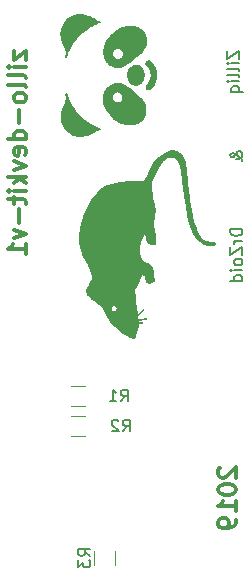
<source format=gbr>
G04 #@! TF.GenerationSoftware,KiCad,Pcbnew,(5.1.4)-1*
G04 #@! TF.CreationDate,2019-11-28T20:23:01+01:00*
G04 #@! TF.ProjectId,zillo-mini-devkit,7a696c6c-6f2d-46d6-996e-692d6465766b,rev?*
G04 #@! TF.SameCoordinates,Original*
G04 #@! TF.FileFunction,Legend,Bot*
G04 #@! TF.FilePolarity,Positive*
%FSLAX46Y46*%
G04 Gerber Fmt 4.6, Leading zero omitted, Abs format (unit mm)*
G04 Created by KiCad (PCBNEW (5.1.4)-1) date 2019-11-28 20:23:01*
%MOMM*%
%LPD*%
G04 APERTURE LIST*
%ADD10C,0.300000*%
%ADD11C,0.375000*%
%ADD12C,0.200000*%
%ADD13C,0.120000*%
%ADD14C,0.050000*%
%ADD15C,0.150000*%
G04 APERTURE END LIST*
D10*
X54185428Y-82264571D02*
X54114000Y-82336000D01*
X54042571Y-82478857D01*
X54042571Y-82836000D01*
X54114000Y-82978857D01*
X54185428Y-83050285D01*
X54328285Y-83121714D01*
X54471142Y-83121714D01*
X54685428Y-83050285D01*
X55542571Y-82193142D01*
X55542571Y-83121714D01*
X54042571Y-84050285D02*
X54042571Y-84193142D01*
X54114000Y-84336000D01*
X54185428Y-84407428D01*
X54328285Y-84478857D01*
X54614000Y-84550285D01*
X54971142Y-84550285D01*
X55256857Y-84478857D01*
X55399714Y-84407428D01*
X55471142Y-84336000D01*
X55542571Y-84193142D01*
X55542571Y-84050285D01*
X55471142Y-83907428D01*
X55399714Y-83836000D01*
X55256857Y-83764571D01*
X54971142Y-83693142D01*
X54614000Y-83693142D01*
X54328285Y-83764571D01*
X54185428Y-83836000D01*
X54114000Y-83907428D01*
X54042571Y-84050285D01*
X55542571Y-85978857D02*
X55542571Y-85121714D01*
X55542571Y-85550285D02*
X54042571Y-85550285D01*
X54256857Y-85407428D01*
X54399714Y-85264571D01*
X54471142Y-85121714D01*
X55542571Y-86693142D02*
X55542571Y-86978857D01*
X55471142Y-87121714D01*
X55399714Y-87193142D01*
X55185428Y-87336000D01*
X54899714Y-87407428D01*
X54328285Y-87407428D01*
X54185428Y-87336000D01*
X54114000Y-87264571D01*
X54042571Y-87121714D01*
X54042571Y-86836000D01*
X54114000Y-86693142D01*
X54185428Y-86621714D01*
X54328285Y-86550285D01*
X54685428Y-86550285D01*
X54828285Y-86621714D01*
X54899714Y-86693142D01*
X54971142Y-86836000D01*
X54971142Y-87121714D01*
X54899714Y-87264571D01*
X54828285Y-87336000D01*
X54685428Y-87407428D01*
D11*
X36762571Y-46983142D02*
X36762571Y-47768857D01*
X37762571Y-46983142D01*
X37762571Y-47768857D01*
X37762571Y-48340285D02*
X36762571Y-48340285D01*
X36262571Y-48340285D02*
X36334000Y-48268857D01*
X36405428Y-48340285D01*
X36334000Y-48411714D01*
X36262571Y-48340285D01*
X36405428Y-48340285D01*
X37762571Y-49268857D02*
X37691142Y-49126000D01*
X37548285Y-49054571D01*
X36262571Y-49054571D01*
X37762571Y-50054571D02*
X37691142Y-49911714D01*
X37548285Y-49840285D01*
X36262571Y-49840285D01*
X37762571Y-50840285D02*
X37691142Y-50697428D01*
X37619714Y-50626000D01*
X37476857Y-50554571D01*
X37048285Y-50554571D01*
X36905428Y-50626000D01*
X36834000Y-50697428D01*
X36762571Y-50840285D01*
X36762571Y-51054571D01*
X36834000Y-51197428D01*
X36905428Y-51268857D01*
X37048285Y-51340285D01*
X37476857Y-51340285D01*
X37619714Y-51268857D01*
X37691142Y-51197428D01*
X37762571Y-51054571D01*
X37762571Y-50840285D01*
X37191142Y-51983142D02*
X37191142Y-53126000D01*
X37762571Y-54483142D02*
X36262571Y-54483142D01*
X37691142Y-54483142D02*
X37762571Y-54340285D01*
X37762571Y-54054571D01*
X37691142Y-53911714D01*
X37619714Y-53840285D01*
X37476857Y-53768857D01*
X37048285Y-53768857D01*
X36905428Y-53840285D01*
X36834000Y-53911714D01*
X36762571Y-54054571D01*
X36762571Y-54340285D01*
X36834000Y-54483142D01*
X37691142Y-55768857D02*
X37762571Y-55626000D01*
X37762571Y-55340285D01*
X37691142Y-55197428D01*
X37548285Y-55126000D01*
X36976857Y-55126000D01*
X36834000Y-55197428D01*
X36762571Y-55340285D01*
X36762571Y-55626000D01*
X36834000Y-55768857D01*
X36976857Y-55840285D01*
X37119714Y-55840285D01*
X37262571Y-55126000D01*
X36762571Y-56340285D02*
X37762571Y-56697428D01*
X36762571Y-57054571D01*
X37762571Y-57626000D02*
X36262571Y-57626000D01*
X37191142Y-57768857D02*
X37762571Y-58197428D01*
X36762571Y-58197428D02*
X37334000Y-57626000D01*
X37762571Y-58840285D02*
X36762571Y-58840285D01*
X36262571Y-58840285D02*
X36334000Y-58768857D01*
X36405428Y-58840285D01*
X36334000Y-58911714D01*
X36262571Y-58840285D01*
X36405428Y-58840285D01*
X36762571Y-59340285D02*
X36762571Y-59911714D01*
X36262571Y-59554571D02*
X37548285Y-59554571D01*
X37691142Y-59626000D01*
X37762571Y-59768857D01*
X37762571Y-59911714D01*
X37191142Y-60411714D02*
X37191142Y-61554571D01*
X36762571Y-62126000D02*
X37762571Y-62483142D01*
X36762571Y-62840285D01*
X37762571Y-64197428D02*
X37762571Y-63340285D01*
X37762571Y-63768857D02*
X36262571Y-63768857D01*
X36476857Y-63626000D01*
X36619714Y-63483142D01*
X36691142Y-63340285D01*
D12*
X56078380Y-56308571D02*
X56078380Y-56260952D01*
X56030761Y-56165714D01*
X55887904Y-56022857D01*
X55602190Y-55784761D01*
X55459333Y-55689523D01*
X55316476Y-55641904D01*
X55221238Y-55641904D01*
X55126000Y-55689523D01*
X55078380Y-55784761D01*
X55078380Y-55832380D01*
X55126000Y-55927619D01*
X55221238Y-55975238D01*
X55268857Y-55975238D01*
X55364095Y-55927619D01*
X55411714Y-55880000D01*
X55602190Y-55594285D01*
X55649809Y-55546666D01*
X55745047Y-55499047D01*
X55887904Y-55499047D01*
X55983142Y-55546666D01*
X56030761Y-55594285D01*
X56078380Y-55689523D01*
X56078380Y-55832380D01*
X56030761Y-55927619D01*
X55983142Y-55975238D01*
X55792666Y-56118095D01*
X55649809Y-56165714D01*
X55554571Y-56165714D01*
X56078380Y-62071523D02*
X55078380Y-62071523D01*
X55078380Y-62309619D01*
X55126000Y-62452476D01*
X55221238Y-62547714D01*
X55316476Y-62595333D01*
X55506952Y-62642952D01*
X55649809Y-62642952D01*
X55840285Y-62595333D01*
X55935523Y-62547714D01*
X56030761Y-62452476D01*
X56078380Y-62309619D01*
X56078380Y-62071523D01*
X56078380Y-63071523D02*
X55411714Y-63071523D01*
X55602190Y-63071523D02*
X55506952Y-63119142D01*
X55459333Y-63166761D01*
X55411714Y-63262000D01*
X55411714Y-63357238D01*
X55078380Y-63595333D02*
X55078380Y-64262000D01*
X56078380Y-63595333D01*
X56078380Y-64262000D01*
X56078380Y-64785809D02*
X56030761Y-64690571D01*
X55983142Y-64642952D01*
X55887904Y-64595333D01*
X55602190Y-64595333D01*
X55506952Y-64642952D01*
X55459333Y-64690571D01*
X55411714Y-64785809D01*
X55411714Y-64928666D01*
X55459333Y-65023904D01*
X55506952Y-65071523D01*
X55602190Y-65119142D01*
X55887904Y-65119142D01*
X55983142Y-65071523D01*
X56030761Y-65023904D01*
X56078380Y-64928666D01*
X56078380Y-64785809D01*
X56078380Y-65547714D02*
X55411714Y-65547714D01*
X55078380Y-65547714D02*
X55126000Y-65500095D01*
X55173619Y-65547714D01*
X55126000Y-65595333D01*
X55078380Y-65547714D01*
X55173619Y-65547714D01*
X56078380Y-66452476D02*
X55078380Y-66452476D01*
X56030761Y-66452476D02*
X56078380Y-66357238D01*
X56078380Y-66166761D01*
X56030761Y-66071523D01*
X55983142Y-66023904D01*
X55887904Y-65976285D01*
X55602190Y-65976285D01*
X55506952Y-66023904D01*
X55459333Y-66071523D01*
X55411714Y-66166761D01*
X55411714Y-66357238D01*
X55459333Y-66452476D01*
X54824380Y-46982285D02*
X54824380Y-47648952D01*
X55824380Y-46982285D01*
X55824380Y-47648952D01*
X55824380Y-48029904D02*
X55157714Y-48029904D01*
X54824380Y-48029904D02*
X54872000Y-47982285D01*
X54919619Y-48029904D01*
X54872000Y-48077523D01*
X54824380Y-48029904D01*
X54919619Y-48029904D01*
X55824380Y-48648952D02*
X55776761Y-48553714D01*
X55681523Y-48506095D01*
X54824380Y-48506095D01*
X55824380Y-49172761D02*
X55776761Y-49077523D01*
X55681523Y-49029904D01*
X54824380Y-49029904D01*
X55824380Y-49553714D02*
X55157714Y-49553714D01*
X54824380Y-49553714D02*
X54872000Y-49506095D01*
X54919619Y-49553714D01*
X54872000Y-49601333D01*
X54824380Y-49553714D01*
X54919619Y-49553714D01*
X55157714Y-50458476D02*
X56157714Y-50458476D01*
X55776761Y-50458476D02*
X55824380Y-50363238D01*
X55824380Y-50172761D01*
X55776761Y-50077523D01*
X55729142Y-50029904D01*
X55633904Y-49982285D01*
X55348190Y-49982285D01*
X55252952Y-50029904D01*
X55205333Y-50077523D01*
X55157714Y-50172761D01*
X55157714Y-50363238D01*
X55205333Y-50458476D01*
G36*
X44588000Y-69292000D02*
G01*
X44542000Y-69203000D01*
X44965000Y-68939000D01*
X44983000Y-68966000D01*
X45000000Y-68988000D01*
X45022000Y-69011000D01*
X45039000Y-69026000D01*
X45060000Y-69041000D01*
X45080000Y-69053000D01*
X45097000Y-69062000D01*
X45114000Y-69070000D01*
X45128000Y-69075000D01*
X45144000Y-69079000D01*
X45156000Y-69082000D01*
X45175000Y-69086000D01*
X45187000Y-69088000D01*
X45204000Y-69091000D01*
X45216000Y-69092000D01*
X45231000Y-69092000D01*
X45246000Y-69092000D01*
X45262000Y-69091000D01*
X45281000Y-69088000D01*
X45304000Y-69083000D01*
X45320000Y-69078000D01*
X45338000Y-69072000D01*
X45359000Y-69063000D01*
X45384000Y-69049000D01*
X45401000Y-69038000D01*
X45418000Y-69025000D01*
X45434000Y-69012000D01*
X45449000Y-68996000D01*
X45476000Y-68963000D01*
X45489000Y-68942000D01*
X45498000Y-68925000D01*
X45506000Y-68906000D01*
X45514000Y-68885000D01*
X45522000Y-68856000D01*
X45529000Y-68809000D01*
X45529000Y-68771000D01*
X45523000Y-68727000D01*
X45511000Y-68689000D01*
X45497000Y-68656000D01*
X45481000Y-68629000D01*
X45469000Y-68612000D01*
X45444000Y-68582000D01*
X45410000Y-68551000D01*
X45385000Y-68534000D01*
X45347000Y-68514000D01*
X45317000Y-68504000D01*
X45296000Y-68499000D01*
X45269000Y-68494000D01*
X45227000Y-68491000D01*
X45191000Y-68493000D01*
X45148000Y-68502000D01*
X45102000Y-68519000D01*
X45067000Y-68537000D01*
X45033000Y-68563000D01*
X45020000Y-68575000D01*
X45004000Y-68592000D01*
X44995000Y-68602000D01*
X44979000Y-68624000D01*
X44965000Y-68647000D01*
X44959000Y-68659000D01*
X44951000Y-68674000D01*
X44947000Y-68685000D01*
X44941000Y-68704000D01*
X44938000Y-68714000D01*
X44935000Y-68726000D01*
X44933000Y-68736000D01*
X44931000Y-68749000D01*
X44929000Y-68766000D01*
X44928000Y-68784000D01*
X44928000Y-68811000D01*
X44930000Y-68836000D01*
X44936000Y-68872000D01*
X44945000Y-68898000D01*
X44954000Y-68917000D01*
X44962000Y-68932000D01*
X44964000Y-68935000D01*
X44540000Y-69200000D01*
X44452000Y-69035000D01*
X44361000Y-68815000D01*
X44299000Y-68707000D01*
X44226000Y-68604000D01*
X44118000Y-68502000D01*
X43969000Y-68381000D01*
X43757000Y-68231000D01*
X43579000Y-68108000D01*
X43381000Y-67957000D01*
X43241000Y-67838000D01*
X43150000Y-67749000D01*
X43053000Y-67621000D01*
X42990000Y-67512000D01*
X42940000Y-67407000D01*
X42928000Y-67324000D01*
X42937000Y-67268000D01*
X42968000Y-67192000D01*
X43031000Y-67076000D01*
X43102000Y-66981000D01*
X43158000Y-66887000D01*
X43181000Y-66802000D01*
X43216000Y-66703000D01*
X43263000Y-66625000D01*
X43315000Y-66561000D01*
X43395000Y-66458000D01*
X43449000Y-66388000D01*
X43460000Y-66312000D01*
X43458000Y-66198000D01*
X43422000Y-66049000D01*
X43344000Y-65777000D01*
X43185000Y-65372000D01*
X43069000Y-65113000D01*
X42852000Y-64653000D01*
X42638000Y-64223000D01*
X42557000Y-64062000D01*
X42480000Y-63868000D01*
X42430000Y-63708000D01*
X42389000Y-63529000D01*
X42369000Y-63369000D01*
X42361000Y-63226000D01*
X42354000Y-63064000D01*
X42355000Y-62954000D01*
X42357000Y-62761000D01*
X42363000Y-62619000D01*
X42377000Y-62476000D01*
X42399000Y-62257000D01*
X42419000Y-62115000D01*
X42457000Y-61890000D01*
X42487000Y-61739000D01*
X42533000Y-61542000D01*
X42572000Y-61397000D01*
X42642000Y-61150000D01*
X42710000Y-60964000D01*
X42823000Y-60665000D01*
X43078000Y-60150000D01*
X43305000Y-59737000D01*
X43380000Y-59615000D01*
X43593000Y-59348000D01*
X44042000Y-58846000D01*
X44208000Y-58681000D01*
X44310000Y-58613000D01*
X44444000Y-58533000D01*
X44609000Y-58441000D01*
X44807000Y-58381000D01*
X45051000Y-58317000D01*
X45432000Y-58235000D01*
X45719000Y-58182000D01*
X46022000Y-58140000D01*
X46395000Y-58106000D01*
X46961000Y-58081000D01*
X47808000Y-58073000D01*
X47828000Y-58041000D01*
X48074000Y-57544000D01*
X48270000Y-57141000D01*
X48552000Y-56653000D01*
X48713000Y-56417000D01*
X48837000Y-56254000D01*
X48996000Y-56079000D01*
X49124000Y-55950000D01*
X49256000Y-55852000D01*
X49388000Y-55762000D01*
X49523000Y-55679000D01*
X49717000Y-55590000D01*
X49900000Y-55524000D01*
X50054000Y-55498000D01*
X50187000Y-55493000D01*
X50307000Y-55501000D01*
X50419000Y-55525000D01*
X50545000Y-55570000D01*
X50663000Y-55638000D01*
X50777000Y-55718000D01*
X50940000Y-55861000D01*
X51074000Y-56047000D01*
X51157000Y-56202000D01*
X51211000Y-56358000D01*
X51275000Y-56653000D01*
X51314000Y-57010000D01*
X51411000Y-58124000D01*
X51492000Y-58932000D01*
X51530000Y-59285000D01*
X51582000Y-59715000D01*
X51639000Y-60101000D01*
X51722000Y-60542000D01*
X51820000Y-60991000D01*
X51934000Y-61438000D01*
X52041000Y-61773000D01*
X52136000Y-62084000D01*
X52202000Y-62257000D01*
X52297000Y-62446000D01*
X52392000Y-62617000D01*
X52487000Y-62764000D01*
X52584000Y-62875000D01*
X52692000Y-62987000D01*
X52802000Y-63067000D01*
X52926000Y-63124000D01*
X53035000Y-63169000D01*
X53149000Y-63193000D01*
X53299000Y-63222000D01*
X53438000Y-63245000D01*
X53577000Y-63262000D01*
X53650000Y-63271000D01*
X53722000Y-63278000D01*
X53758000Y-63285000D01*
X53775000Y-63299000D01*
X53803000Y-63330000D01*
X53805000Y-63339000D01*
X53787000Y-63353000D01*
X53761000Y-63362000D01*
X53728000Y-63372000D01*
X53667000Y-63389000D01*
X53603000Y-63406000D01*
X53539000Y-63425000D01*
X53455000Y-63443000D01*
X53389000Y-63444000D01*
X53306000Y-63447000D01*
X53235000Y-63437000D01*
X53162000Y-63425000D01*
X53065000Y-63402000D01*
X52986000Y-63375000D01*
X52903000Y-63343000D01*
X52827000Y-63306000D01*
X52733000Y-63253000D01*
X52632000Y-63189000D01*
X52520000Y-63106000D01*
X52415000Y-63010000D01*
X52346000Y-62941000D01*
X52247000Y-62842000D01*
X52145000Y-62711000D01*
X52062000Y-62607000D01*
X51996000Y-62502000D01*
X51872000Y-62270000D01*
X51789000Y-62023000D01*
X51760000Y-61932000D01*
X51716000Y-61785000D01*
X51613000Y-61407000D01*
X51492000Y-60854000D01*
X51362000Y-60186000D01*
X51214000Y-59279000D01*
X51117000Y-58569000D01*
X51066000Y-58119000D01*
X51037000Y-57789000D01*
X50980000Y-57255000D01*
X50954000Y-57034000D01*
X50907000Y-56822000D01*
X50861000Y-56642000D01*
X50820000Y-56522000D01*
X50732000Y-56344000D01*
X50634000Y-56212000D01*
X50555000Y-56133000D01*
X50462000Y-56055000D01*
X50356000Y-55988000D01*
X50244000Y-55943000D01*
X50150000Y-55926000D01*
X50061000Y-55924000D01*
X49976000Y-55931000D01*
X49876000Y-55953000D01*
X49789000Y-55986000D01*
X49637000Y-56070000D01*
X49576000Y-56114000D01*
X49509000Y-56165000D01*
X49465000Y-56200000D01*
X49414000Y-56252000D01*
X49323000Y-56337000D01*
X49263000Y-56413000D01*
X49206000Y-56501000D01*
X49119000Y-56632000D01*
X49035000Y-56768000D01*
X48943000Y-56933000D01*
X48888000Y-57041000D01*
X48773000Y-57265000D01*
X48597000Y-57612000D01*
X48462000Y-57875000D01*
X48388000Y-58025000D01*
X48376000Y-58050000D01*
X48375000Y-58068000D01*
X48381000Y-58399000D01*
X48390000Y-58802000D01*
X48406000Y-59166000D01*
X48417000Y-59373000D01*
X48447000Y-59547000D01*
X48459000Y-59625000D01*
X48487000Y-59708000D01*
X48525000Y-59804000D01*
X48559000Y-59864000D01*
X48586000Y-59930000D01*
X48606000Y-59993000D01*
X48614000Y-60085000D01*
X48627000Y-60182000D01*
X48637000Y-60254000D01*
X48654000Y-60285000D01*
X48689000Y-60339000D01*
X48704000Y-60388000D01*
X48711000Y-60431000D01*
X48712000Y-60488000D01*
X48711000Y-60534000D01*
X48690000Y-60595000D01*
X48678000Y-60641000D01*
X48650000Y-60717000D01*
X48625000Y-60810000D01*
X48603000Y-60938000D01*
X48573000Y-61206000D01*
X48566000Y-61344000D01*
X48552000Y-61540000D01*
X48549000Y-61742000D01*
X48557000Y-61936000D01*
X48579000Y-62126000D01*
X48607000Y-62288000D01*
X48651000Y-62448000D01*
X48675000Y-62555000D01*
X48693000Y-62676000D01*
X48704000Y-62808000D01*
X48706000Y-62965000D01*
X48704000Y-63154000D01*
X48695000Y-63236000D01*
X48681000Y-63289000D01*
X48665000Y-63316000D01*
X48644000Y-63334000D01*
X48615000Y-63346000D01*
X48580000Y-63353000D01*
X48535000Y-63358000D01*
X48484000Y-63359000D01*
X48432000Y-63354000D01*
X48383000Y-63345000D01*
X48313000Y-63321000D01*
X48246000Y-63284000D01*
X48166000Y-63226000D01*
X48125000Y-63171000D01*
X48098000Y-63109000D01*
X48056000Y-62970000D01*
X47984000Y-62694000D01*
X47943000Y-62547000D01*
X47889000Y-62462000D01*
X47856000Y-62419000D01*
X47833000Y-62406000D01*
X47797000Y-62428000D01*
X47760000Y-62482000D01*
X47719000Y-62561000D01*
X47645000Y-62689000D01*
X47500000Y-62982000D01*
X47427000Y-63173000D01*
X47412000Y-63211000D01*
X47382000Y-63319000D01*
X47359000Y-63461000D01*
X47344000Y-63670000D01*
X47344000Y-63824000D01*
X47350000Y-64110000D01*
X47370000Y-64255000D01*
X47398000Y-64377000D01*
X47440000Y-64486000D01*
X47490000Y-64604000D01*
X47523000Y-64665000D01*
X47574000Y-64733000D01*
X47626000Y-64788000D01*
X47711000Y-64858000D01*
X47779000Y-64910000D01*
X47887000Y-64960000D01*
X47988000Y-65003000D01*
X48112000Y-65055000D01*
X48184000Y-65089000D01*
X48239000Y-65125000D01*
X48278000Y-65152000D01*
X48299000Y-65169000D01*
X48331000Y-65202000D01*
X48361000Y-65242000D01*
X48432000Y-65354000D01*
X48481000Y-65481000D01*
X48508000Y-65697000D01*
X48542000Y-65900000D01*
X48565000Y-66164000D01*
X48588000Y-66326000D01*
X48601000Y-66359000D01*
X48597000Y-66387000D01*
X48575000Y-66425000D01*
X48527000Y-66463000D01*
X48491000Y-66491000D01*
X48437000Y-66534000D01*
X48363000Y-66577000D01*
X48301000Y-66602000D01*
X48236000Y-66619000D01*
X48168000Y-66618000D01*
X48097000Y-66586000D01*
X48041000Y-66538000D01*
X48011000Y-66487000D01*
X47979000Y-66421000D01*
X47955000Y-66312000D01*
X47924000Y-66151000D01*
X47890000Y-66043000D01*
X47840000Y-65974000D01*
X47797000Y-65931000D01*
X47741000Y-65902000D01*
X47692000Y-65889000D01*
X47647000Y-65886000D01*
X47596000Y-65895000D01*
X47568000Y-65904000D01*
X47550000Y-65921000D01*
X47536000Y-65944000D01*
X47517000Y-65974000D01*
X47489000Y-66049000D01*
X47436000Y-66199000D01*
X47369000Y-66374000D01*
X47340000Y-66443000D01*
X47290000Y-66537000D01*
X47231000Y-66647000D01*
X47052000Y-66947000D01*
X47002000Y-67058000D01*
X46949000Y-67243000D01*
X46938000Y-67401000D01*
X46952000Y-67506000D01*
X46967000Y-67717000D01*
X47008000Y-68160000D01*
X47042000Y-68418000D01*
X47076000Y-68678000D01*
X47108000Y-68914000D01*
X47153000Y-69179000D01*
X47208000Y-69602000D01*
X47230000Y-69732000D01*
X47248000Y-69935000D01*
X47252000Y-70096000D01*
X47242000Y-70208000D01*
X47224000Y-70300000D01*
X47148000Y-70566000D01*
X47088000Y-70769000D01*
X47059000Y-70853000D01*
X47025000Y-70976000D01*
X47001000Y-71113000D01*
X46981000Y-71178000D01*
X46955000Y-71226000D01*
X46922000Y-71258000D01*
X46877000Y-71270000D01*
X46824000Y-71272000D01*
X46741000Y-71239000D01*
X46610000Y-71182000D01*
X46373000Y-71059000D01*
X46142000Y-70921000D01*
X45898000Y-70750000D01*
X45736000Y-70628000D01*
X45476000Y-70401000D01*
X45295000Y-70236000D01*
X45077000Y-70004000D01*
X44881000Y-69761000D01*
X44778000Y-69613000D01*
X44695000Y-69473000D01*
X44635000Y-69373000D01*
X44588000Y-69292000D01*
G37*
X44588000Y-69292000D02*
X44542000Y-69203000D01*
X44965000Y-68939000D01*
X44983000Y-68966000D01*
X45000000Y-68988000D01*
X45022000Y-69011000D01*
X45039000Y-69026000D01*
X45060000Y-69041000D01*
X45080000Y-69053000D01*
X45097000Y-69062000D01*
X45114000Y-69070000D01*
X45128000Y-69075000D01*
X45144000Y-69079000D01*
X45156000Y-69082000D01*
X45175000Y-69086000D01*
X45187000Y-69088000D01*
X45204000Y-69091000D01*
X45216000Y-69092000D01*
X45231000Y-69092000D01*
X45246000Y-69092000D01*
X45262000Y-69091000D01*
X45281000Y-69088000D01*
X45304000Y-69083000D01*
X45320000Y-69078000D01*
X45338000Y-69072000D01*
X45359000Y-69063000D01*
X45384000Y-69049000D01*
X45401000Y-69038000D01*
X45418000Y-69025000D01*
X45434000Y-69012000D01*
X45449000Y-68996000D01*
X45476000Y-68963000D01*
X45489000Y-68942000D01*
X45498000Y-68925000D01*
X45506000Y-68906000D01*
X45514000Y-68885000D01*
X45522000Y-68856000D01*
X45529000Y-68809000D01*
X45529000Y-68771000D01*
X45523000Y-68727000D01*
X45511000Y-68689000D01*
X45497000Y-68656000D01*
X45481000Y-68629000D01*
X45469000Y-68612000D01*
X45444000Y-68582000D01*
X45410000Y-68551000D01*
X45385000Y-68534000D01*
X45347000Y-68514000D01*
X45317000Y-68504000D01*
X45296000Y-68499000D01*
X45269000Y-68494000D01*
X45227000Y-68491000D01*
X45191000Y-68493000D01*
X45148000Y-68502000D01*
X45102000Y-68519000D01*
X45067000Y-68537000D01*
X45033000Y-68563000D01*
X45020000Y-68575000D01*
X45004000Y-68592000D01*
X44995000Y-68602000D01*
X44979000Y-68624000D01*
X44965000Y-68647000D01*
X44959000Y-68659000D01*
X44951000Y-68674000D01*
X44947000Y-68685000D01*
X44941000Y-68704000D01*
X44938000Y-68714000D01*
X44935000Y-68726000D01*
X44933000Y-68736000D01*
X44931000Y-68749000D01*
X44929000Y-68766000D01*
X44928000Y-68784000D01*
X44928000Y-68811000D01*
X44930000Y-68836000D01*
X44936000Y-68872000D01*
X44945000Y-68898000D01*
X44954000Y-68917000D01*
X44962000Y-68932000D01*
X44964000Y-68935000D01*
X44540000Y-69200000D01*
X44452000Y-69035000D01*
X44361000Y-68815000D01*
X44299000Y-68707000D01*
X44226000Y-68604000D01*
X44118000Y-68502000D01*
X43969000Y-68381000D01*
X43757000Y-68231000D01*
X43579000Y-68108000D01*
X43381000Y-67957000D01*
X43241000Y-67838000D01*
X43150000Y-67749000D01*
X43053000Y-67621000D01*
X42990000Y-67512000D01*
X42940000Y-67407000D01*
X42928000Y-67324000D01*
X42937000Y-67268000D01*
X42968000Y-67192000D01*
X43031000Y-67076000D01*
X43102000Y-66981000D01*
X43158000Y-66887000D01*
X43181000Y-66802000D01*
X43216000Y-66703000D01*
X43263000Y-66625000D01*
X43315000Y-66561000D01*
X43395000Y-66458000D01*
X43449000Y-66388000D01*
X43460000Y-66312000D01*
X43458000Y-66198000D01*
X43422000Y-66049000D01*
X43344000Y-65777000D01*
X43185000Y-65372000D01*
X43069000Y-65113000D01*
X42852000Y-64653000D01*
X42638000Y-64223000D01*
X42557000Y-64062000D01*
X42480000Y-63868000D01*
X42430000Y-63708000D01*
X42389000Y-63529000D01*
X42369000Y-63369000D01*
X42361000Y-63226000D01*
X42354000Y-63064000D01*
X42355000Y-62954000D01*
X42357000Y-62761000D01*
X42363000Y-62619000D01*
X42377000Y-62476000D01*
X42399000Y-62257000D01*
X42419000Y-62115000D01*
X42457000Y-61890000D01*
X42487000Y-61739000D01*
X42533000Y-61542000D01*
X42572000Y-61397000D01*
X42642000Y-61150000D01*
X42710000Y-60964000D01*
X42823000Y-60665000D01*
X43078000Y-60150000D01*
X43305000Y-59737000D01*
X43380000Y-59615000D01*
X43593000Y-59348000D01*
X44042000Y-58846000D01*
X44208000Y-58681000D01*
X44310000Y-58613000D01*
X44444000Y-58533000D01*
X44609000Y-58441000D01*
X44807000Y-58381000D01*
X45051000Y-58317000D01*
X45432000Y-58235000D01*
X45719000Y-58182000D01*
X46022000Y-58140000D01*
X46395000Y-58106000D01*
X46961000Y-58081000D01*
X47808000Y-58073000D01*
X47828000Y-58041000D01*
X48074000Y-57544000D01*
X48270000Y-57141000D01*
X48552000Y-56653000D01*
X48713000Y-56417000D01*
X48837000Y-56254000D01*
X48996000Y-56079000D01*
X49124000Y-55950000D01*
X49256000Y-55852000D01*
X49388000Y-55762000D01*
X49523000Y-55679000D01*
X49717000Y-55590000D01*
X49900000Y-55524000D01*
X50054000Y-55498000D01*
X50187000Y-55493000D01*
X50307000Y-55501000D01*
X50419000Y-55525000D01*
X50545000Y-55570000D01*
X50663000Y-55638000D01*
X50777000Y-55718000D01*
X50940000Y-55861000D01*
X51074000Y-56047000D01*
X51157000Y-56202000D01*
X51211000Y-56358000D01*
X51275000Y-56653000D01*
X51314000Y-57010000D01*
X51411000Y-58124000D01*
X51492000Y-58932000D01*
X51530000Y-59285000D01*
X51582000Y-59715000D01*
X51639000Y-60101000D01*
X51722000Y-60542000D01*
X51820000Y-60991000D01*
X51934000Y-61438000D01*
X52041000Y-61773000D01*
X52136000Y-62084000D01*
X52202000Y-62257000D01*
X52297000Y-62446000D01*
X52392000Y-62617000D01*
X52487000Y-62764000D01*
X52584000Y-62875000D01*
X52692000Y-62987000D01*
X52802000Y-63067000D01*
X52926000Y-63124000D01*
X53035000Y-63169000D01*
X53149000Y-63193000D01*
X53299000Y-63222000D01*
X53438000Y-63245000D01*
X53577000Y-63262000D01*
X53650000Y-63271000D01*
X53722000Y-63278000D01*
X53758000Y-63285000D01*
X53775000Y-63299000D01*
X53803000Y-63330000D01*
X53805000Y-63339000D01*
X53787000Y-63353000D01*
X53761000Y-63362000D01*
X53728000Y-63372000D01*
X53667000Y-63389000D01*
X53603000Y-63406000D01*
X53539000Y-63425000D01*
X53455000Y-63443000D01*
X53389000Y-63444000D01*
X53306000Y-63447000D01*
X53235000Y-63437000D01*
X53162000Y-63425000D01*
X53065000Y-63402000D01*
X52986000Y-63375000D01*
X52903000Y-63343000D01*
X52827000Y-63306000D01*
X52733000Y-63253000D01*
X52632000Y-63189000D01*
X52520000Y-63106000D01*
X52415000Y-63010000D01*
X52346000Y-62941000D01*
X52247000Y-62842000D01*
X52145000Y-62711000D01*
X52062000Y-62607000D01*
X51996000Y-62502000D01*
X51872000Y-62270000D01*
X51789000Y-62023000D01*
X51760000Y-61932000D01*
X51716000Y-61785000D01*
X51613000Y-61407000D01*
X51492000Y-60854000D01*
X51362000Y-60186000D01*
X51214000Y-59279000D01*
X51117000Y-58569000D01*
X51066000Y-58119000D01*
X51037000Y-57789000D01*
X50980000Y-57255000D01*
X50954000Y-57034000D01*
X50907000Y-56822000D01*
X50861000Y-56642000D01*
X50820000Y-56522000D01*
X50732000Y-56344000D01*
X50634000Y-56212000D01*
X50555000Y-56133000D01*
X50462000Y-56055000D01*
X50356000Y-55988000D01*
X50244000Y-55943000D01*
X50150000Y-55926000D01*
X50061000Y-55924000D01*
X49976000Y-55931000D01*
X49876000Y-55953000D01*
X49789000Y-55986000D01*
X49637000Y-56070000D01*
X49576000Y-56114000D01*
X49509000Y-56165000D01*
X49465000Y-56200000D01*
X49414000Y-56252000D01*
X49323000Y-56337000D01*
X49263000Y-56413000D01*
X49206000Y-56501000D01*
X49119000Y-56632000D01*
X49035000Y-56768000D01*
X48943000Y-56933000D01*
X48888000Y-57041000D01*
X48773000Y-57265000D01*
X48597000Y-57612000D01*
X48462000Y-57875000D01*
X48388000Y-58025000D01*
X48376000Y-58050000D01*
X48375000Y-58068000D01*
X48381000Y-58399000D01*
X48390000Y-58802000D01*
X48406000Y-59166000D01*
X48417000Y-59373000D01*
X48447000Y-59547000D01*
X48459000Y-59625000D01*
X48487000Y-59708000D01*
X48525000Y-59804000D01*
X48559000Y-59864000D01*
X48586000Y-59930000D01*
X48606000Y-59993000D01*
X48614000Y-60085000D01*
X48627000Y-60182000D01*
X48637000Y-60254000D01*
X48654000Y-60285000D01*
X48689000Y-60339000D01*
X48704000Y-60388000D01*
X48711000Y-60431000D01*
X48712000Y-60488000D01*
X48711000Y-60534000D01*
X48690000Y-60595000D01*
X48678000Y-60641000D01*
X48650000Y-60717000D01*
X48625000Y-60810000D01*
X48603000Y-60938000D01*
X48573000Y-61206000D01*
X48566000Y-61344000D01*
X48552000Y-61540000D01*
X48549000Y-61742000D01*
X48557000Y-61936000D01*
X48579000Y-62126000D01*
X48607000Y-62288000D01*
X48651000Y-62448000D01*
X48675000Y-62555000D01*
X48693000Y-62676000D01*
X48704000Y-62808000D01*
X48706000Y-62965000D01*
X48704000Y-63154000D01*
X48695000Y-63236000D01*
X48681000Y-63289000D01*
X48665000Y-63316000D01*
X48644000Y-63334000D01*
X48615000Y-63346000D01*
X48580000Y-63353000D01*
X48535000Y-63358000D01*
X48484000Y-63359000D01*
X48432000Y-63354000D01*
X48383000Y-63345000D01*
X48313000Y-63321000D01*
X48246000Y-63284000D01*
X48166000Y-63226000D01*
X48125000Y-63171000D01*
X48098000Y-63109000D01*
X48056000Y-62970000D01*
X47984000Y-62694000D01*
X47943000Y-62547000D01*
X47889000Y-62462000D01*
X47856000Y-62419000D01*
X47833000Y-62406000D01*
X47797000Y-62428000D01*
X47760000Y-62482000D01*
X47719000Y-62561000D01*
X47645000Y-62689000D01*
X47500000Y-62982000D01*
X47427000Y-63173000D01*
X47412000Y-63211000D01*
X47382000Y-63319000D01*
X47359000Y-63461000D01*
X47344000Y-63670000D01*
X47344000Y-63824000D01*
X47350000Y-64110000D01*
X47370000Y-64255000D01*
X47398000Y-64377000D01*
X47440000Y-64486000D01*
X47490000Y-64604000D01*
X47523000Y-64665000D01*
X47574000Y-64733000D01*
X47626000Y-64788000D01*
X47711000Y-64858000D01*
X47779000Y-64910000D01*
X47887000Y-64960000D01*
X47988000Y-65003000D01*
X48112000Y-65055000D01*
X48184000Y-65089000D01*
X48239000Y-65125000D01*
X48278000Y-65152000D01*
X48299000Y-65169000D01*
X48331000Y-65202000D01*
X48361000Y-65242000D01*
X48432000Y-65354000D01*
X48481000Y-65481000D01*
X48508000Y-65697000D01*
X48542000Y-65900000D01*
X48565000Y-66164000D01*
X48588000Y-66326000D01*
X48601000Y-66359000D01*
X48597000Y-66387000D01*
X48575000Y-66425000D01*
X48527000Y-66463000D01*
X48491000Y-66491000D01*
X48437000Y-66534000D01*
X48363000Y-66577000D01*
X48301000Y-66602000D01*
X48236000Y-66619000D01*
X48168000Y-66618000D01*
X48097000Y-66586000D01*
X48041000Y-66538000D01*
X48011000Y-66487000D01*
X47979000Y-66421000D01*
X47955000Y-66312000D01*
X47924000Y-66151000D01*
X47890000Y-66043000D01*
X47840000Y-65974000D01*
X47797000Y-65931000D01*
X47741000Y-65902000D01*
X47692000Y-65889000D01*
X47647000Y-65886000D01*
X47596000Y-65895000D01*
X47568000Y-65904000D01*
X47550000Y-65921000D01*
X47536000Y-65944000D01*
X47517000Y-65974000D01*
X47489000Y-66049000D01*
X47436000Y-66199000D01*
X47369000Y-66374000D01*
X47340000Y-66443000D01*
X47290000Y-66537000D01*
X47231000Y-66647000D01*
X47052000Y-66947000D01*
X47002000Y-67058000D01*
X46949000Y-67243000D01*
X46938000Y-67401000D01*
X46952000Y-67506000D01*
X46967000Y-67717000D01*
X47008000Y-68160000D01*
X47042000Y-68418000D01*
X47076000Y-68678000D01*
X47108000Y-68914000D01*
X47153000Y-69179000D01*
X47208000Y-69602000D01*
X47230000Y-69732000D01*
X47248000Y-69935000D01*
X47252000Y-70096000D01*
X47242000Y-70208000D01*
X47224000Y-70300000D01*
X47148000Y-70566000D01*
X47088000Y-70769000D01*
X47059000Y-70853000D01*
X47025000Y-70976000D01*
X47001000Y-71113000D01*
X46981000Y-71178000D01*
X46955000Y-71226000D01*
X46922000Y-71258000D01*
X46877000Y-71270000D01*
X46824000Y-71272000D01*
X46741000Y-71239000D01*
X46610000Y-71182000D01*
X46373000Y-71059000D01*
X46142000Y-70921000D01*
X45898000Y-70750000D01*
X45736000Y-70628000D01*
X45476000Y-70401000D01*
X45295000Y-70236000D01*
X45077000Y-70004000D01*
X44881000Y-69761000D01*
X44778000Y-69613000D01*
X44695000Y-69473000D01*
X44635000Y-69373000D01*
X44588000Y-69292000D01*
D13*
X47752000Y-68783200D02*
X47040800Y-69494400D01*
X47929800Y-69621400D02*
X47117000Y-69773800D01*
X47625000Y-69977000D02*
X47167800Y-69977000D01*
D14*
X47056960Y-69792198D02*
X47926305Y-69641008D01*
X47145154Y-69414222D02*
X47749916Y-68796861D01*
X47161073Y-69986877D02*
X47624340Y-69986877D01*
D12*
G36*
X44019000Y-53615000D02*
G01*
X43959000Y-53585000D01*
X43819000Y-53535000D01*
X43749000Y-53505000D01*
X43679000Y-53475000D01*
X43619000Y-53445000D01*
X43559000Y-53415000D01*
X43499000Y-53385000D01*
X43439000Y-53355000D01*
X43349000Y-53305000D01*
X43269000Y-53265000D01*
X43119000Y-53165000D01*
X42839000Y-52975000D01*
X42449000Y-52655000D01*
X42109000Y-52315000D01*
X42029000Y-52215000D01*
X41889000Y-52035000D01*
X41809000Y-51925000D01*
X41669000Y-51725000D01*
X41569000Y-51545000D01*
X41479000Y-51375000D01*
X41369000Y-51135000D01*
X41299000Y-50975000D01*
X41249000Y-50835000D01*
X41219000Y-50725000D01*
X41179000Y-50615000D01*
X41199000Y-50685000D01*
X41219000Y-50785000D01*
X41229000Y-50845000D01*
X41239000Y-50895000D01*
X41239000Y-50975000D01*
X41229000Y-51135000D01*
X41199000Y-51265000D01*
X41169000Y-51375000D01*
X41109000Y-51535000D01*
X41039000Y-51665000D01*
X41009000Y-51715000D01*
X40969000Y-51795000D01*
X40939000Y-51865000D01*
X40909000Y-51945000D01*
X40869000Y-52065000D01*
X40849000Y-52135000D01*
X40819000Y-52245000D01*
X40809000Y-52325000D01*
X40799000Y-52425000D01*
X40789000Y-52525000D01*
X40789000Y-52675000D01*
X40799000Y-52785000D01*
X40819000Y-52935000D01*
X40849000Y-53045000D01*
X40889000Y-53145000D01*
X40999000Y-53345000D01*
X41169000Y-53585000D01*
X41389000Y-53835000D01*
X41539000Y-53965000D01*
X41659000Y-54045000D01*
X41719000Y-54075000D01*
X41899000Y-54135000D01*
X42109000Y-54175000D01*
X42269000Y-54195000D01*
X42419000Y-54195000D01*
X42589000Y-54175000D01*
X42759000Y-54145000D01*
X42899000Y-54105000D01*
X43029000Y-54065000D01*
X43189000Y-53995000D01*
X43319000Y-53935000D01*
X43429000Y-53875000D01*
X43529000Y-53825000D01*
X43619000Y-53765000D01*
X43699000Y-53715000D01*
X43759000Y-53675000D01*
X43809000Y-53655000D01*
X43849000Y-53645000D01*
X43919000Y-53625000D01*
X43979000Y-53615000D01*
X44019000Y-53615000D01*
G37*
X44019000Y-53615000D02*
X43959000Y-53585000D01*
X43819000Y-53535000D01*
X43749000Y-53505000D01*
X43679000Y-53475000D01*
X43619000Y-53445000D01*
X43559000Y-53415000D01*
X43499000Y-53385000D01*
X43439000Y-53355000D01*
X43349000Y-53305000D01*
X43269000Y-53265000D01*
X43119000Y-53165000D01*
X42839000Y-52975000D01*
X42449000Y-52655000D01*
X42109000Y-52315000D01*
X42029000Y-52215000D01*
X41889000Y-52035000D01*
X41809000Y-51925000D01*
X41669000Y-51725000D01*
X41569000Y-51545000D01*
X41479000Y-51375000D01*
X41369000Y-51135000D01*
X41299000Y-50975000D01*
X41249000Y-50835000D01*
X41219000Y-50725000D01*
X41179000Y-50615000D01*
X41199000Y-50685000D01*
X41219000Y-50785000D01*
X41229000Y-50845000D01*
X41239000Y-50895000D01*
X41239000Y-50975000D01*
X41229000Y-51135000D01*
X41199000Y-51265000D01*
X41169000Y-51375000D01*
X41109000Y-51535000D01*
X41039000Y-51665000D01*
X41009000Y-51715000D01*
X40969000Y-51795000D01*
X40939000Y-51865000D01*
X40909000Y-51945000D01*
X40869000Y-52065000D01*
X40849000Y-52135000D01*
X40819000Y-52245000D01*
X40809000Y-52325000D01*
X40799000Y-52425000D01*
X40789000Y-52525000D01*
X40789000Y-52675000D01*
X40799000Y-52785000D01*
X40819000Y-52935000D01*
X40849000Y-53045000D01*
X40889000Y-53145000D01*
X40999000Y-53345000D01*
X41169000Y-53585000D01*
X41389000Y-53835000D01*
X41539000Y-53965000D01*
X41659000Y-54045000D01*
X41719000Y-54075000D01*
X41899000Y-54135000D01*
X42109000Y-54175000D01*
X42269000Y-54195000D01*
X42419000Y-54195000D01*
X42589000Y-54175000D01*
X42759000Y-54145000D01*
X42899000Y-54105000D01*
X43029000Y-54065000D01*
X43189000Y-53995000D01*
X43319000Y-53935000D01*
X43429000Y-53875000D01*
X43529000Y-53825000D01*
X43619000Y-53765000D01*
X43699000Y-53715000D01*
X43759000Y-53675000D01*
X43809000Y-53655000D01*
X43849000Y-53645000D01*
X43919000Y-53625000D01*
X43979000Y-53615000D01*
X44019000Y-53615000D01*
G36*
X46543000Y-50239000D02*
G01*
X45967000Y-50682000D01*
X45959000Y-50664000D01*
X45930000Y-50623000D01*
X45904000Y-50588000D01*
X45871000Y-50554000D01*
X45816000Y-50509000D01*
X45728000Y-50459000D01*
X45661000Y-50433000D01*
X45607000Y-50416000D01*
X45533000Y-50410000D01*
X45446000Y-50410000D01*
X45358000Y-50429000D01*
X45280000Y-50462000D01*
X45201000Y-50521000D01*
X45164000Y-50560000D01*
X45106000Y-50625000D01*
X45076000Y-50671000D01*
X45052000Y-50730000D01*
X45033000Y-50793000D01*
X45021000Y-50898000D01*
X45029000Y-51000000D01*
X45064000Y-51114000D01*
X45111000Y-51205000D01*
X45177000Y-51289000D01*
X45243000Y-51346000D01*
X45303000Y-51387000D01*
X45374000Y-51417000D01*
X45409000Y-51426000D01*
X45452000Y-51433000D01*
X45489000Y-51433000D01*
X45513000Y-51433000D01*
X45575000Y-51427000D01*
X45613000Y-51423000D01*
X45654000Y-51411000D01*
X45703000Y-51395000D01*
X45748000Y-51376000D01*
X45781000Y-51358000D01*
X45827000Y-51328000D01*
X45859000Y-51299000D01*
X45891000Y-51267000D01*
X45923000Y-51228000D01*
X45942000Y-51196000D01*
X45967000Y-51153000D01*
X45979000Y-51131000D01*
X45992000Y-51101000D01*
X46004000Y-51063000D01*
X46013000Y-51025000D01*
X46018000Y-50992000D01*
X46022000Y-50959000D01*
X46023000Y-50931000D01*
X46023000Y-50880000D01*
X46022000Y-50863000D01*
X46017000Y-50823000D01*
X46011000Y-50794000D01*
X46001000Y-50756000D01*
X45992000Y-50729000D01*
X45969000Y-50686000D01*
X46548000Y-50244000D01*
X46794000Y-50435000D01*
X47207000Y-50796000D01*
X47376000Y-50943000D01*
X47466000Y-51025000D01*
X47517000Y-51070000D01*
X47553000Y-51109000D01*
X47634000Y-51211000D01*
X47676000Y-51274000D01*
X47747000Y-51401000D01*
X47789000Y-51496000D01*
X47821000Y-51582000D01*
X47849000Y-51678000D01*
X47872000Y-51782000D01*
X47888000Y-51926000D01*
X47888000Y-52020000D01*
X47882000Y-52129000D01*
X47869000Y-52233000D01*
X47855000Y-52293000D01*
X47831000Y-52386000D01*
X47783000Y-52505000D01*
X47741000Y-52595000D01*
X47694000Y-52671000D01*
X47651000Y-52732000D01*
X47577000Y-52817000D01*
X47516000Y-52874000D01*
X47473000Y-52910000D01*
X47421000Y-52947000D01*
X47329000Y-53004000D01*
X47216000Y-53061000D01*
X47109000Y-53105000D01*
X46962000Y-53152000D01*
X46805000Y-53188000D01*
X46632000Y-53201000D01*
X46453000Y-53201000D01*
X46275000Y-53183000D01*
X46122000Y-53155000D01*
X45993000Y-53116000D01*
X45852000Y-53070000D01*
X45679000Y-52994000D01*
X45520000Y-52907000D01*
X45406000Y-52832000D01*
X45262000Y-52716000D01*
X45148000Y-52608000D01*
X45098000Y-52552000D01*
X44935000Y-52384000D01*
X44845000Y-52279000D01*
X44762000Y-52169000D01*
X44624000Y-51969000D01*
X44527000Y-51787000D01*
X44480000Y-51675000D01*
X44443000Y-51572000D01*
X44411000Y-51459000D01*
X44394000Y-51382000D01*
X44382000Y-51310000D01*
X44370000Y-51238000D01*
X44361000Y-51158000D01*
X44360000Y-51065000D01*
X44361000Y-50991000D01*
X44370000Y-50907000D01*
X44376000Y-50862000D01*
X44381000Y-50827000D01*
X44409000Y-50691000D01*
X44440000Y-50569000D01*
X44473000Y-50480000D01*
X44512000Y-50399000D01*
X44560000Y-50322000D01*
X44605000Y-50260000D01*
X44658000Y-50190000D01*
X44721000Y-50124000D01*
X44764000Y-50079000D01*
X44841000Y-50022000D01*
X44879000Y-49997000D01*
X44929000Y-49967000D01*
X44984000Y-49937000D01*
X45053000Y-49902000D01*
X45127000Y-49868000D01*
X45190000Y-49845000D01*
X45245000Y-49827000D01*
X45300000Y-49813000D01*
X45375000Y-49798000D01*
X45425000Y-49793000D01*
X45524000Y-49787000D01*
X45568000Y-49788000D01*
X45642000Y-49793000D01*
X45720000Y-49803000D01*
X45801000Y-49823000D01*
X45874000Y-49846000D01*
X45964000Y-49884000D01*
X46122000Y-49967000D01*
X46216000Y-50020000D01*
X46380000Y-50122000D01*
X46504000Y-50210000D01*
X46543000Y-50239000D01*
G37*
X46543000Y-50239000D02*
X45967000Y-50682000D01*
X45959000Y-50664000D01*
X45930000Y-50623000D01*
X45904000Y-50588000D01*
X45871000Y-50554000D01*
X45816000Y-50509000D01*
X45728000Y-50459000D01*
X45661000Y-50433000D01*
X45607000Y-50416000D01*
X45533000Y-50410000D01*
X45446000Y-50410000D01*
X45358000Y-50429000D01*
X45280000Y-50462000D01*
X45201000Y-50521000D01*
X45164000Y-50560000D01*
X45106000Y-50625000D01*
X45076000Y-50671000D01*
X45052000Y-50730000D01*
X45033000Y-50793000D01*
X45021000Y-50898000D01*
X45029000Y-51000000D01*
X45064000Y-51114000D01*
X45111000Y-51205000D01*
X45177000Y-51289000D01*
X45243000Y-51346000D01*
X45303000Y-51387000D01*
X45374000Y-51417000D01*
X45409000Y-51426000D01*
X45452000Y-51433000D01*
X45489000Y-51433000D01*
X45513000Y-51433000D01*
X45575000Y-51427000D01*
X45613000Y-51423000D01*
X45654000Y-51411000D01*
X45703000Y-51395000D01*
X45748000Y-51376000D01*
X45781000Y-51358000D01*
X45827000Y-51328000D01*
X45859000Y-51299000D01*
X45891000Y-51267000D01*
X45923000Y-51228000D01*
X45942000Y-51196000D01*
X45967000Y-51153000D01*
X45979000Y-51131000D01*
X45992000Y-51101000D01*
X46004000Y-51063000D01*
X46013000Y-51025000D01*
X46018000Y-50992000D01*
X46022000Y-50959000D01*
X46023000Y-50931000D01*
X46023000Y-50880000D01*
X46022000Y-50863000D01*
X46017000Y-50823000D01*
X46011000Y-50794000D01*
X46001000Y-50756000D01*
X45992000Y-50729000D01*
X45969000Y-50686000D01*
X46548000Y-50244000D01*
X46794000Y-50435000D01*
X47207000Y-50796000D01*
X47376000Y-50943000D01*
X47466000Y-51025000D01*
X47517000Y-51070000D01*
X47553000Y-51109000D01*
X47634000Y-51211000D01*
X47676000Y-51274000D01*
X47747000Y-51401000D01*
X47789000Y-51496000D01*
X47821000Y-51582000D01*
X47849000Y-51678000D01*
X47872000Y-51782000D01*
X47888000Y-51926000D01*
X47888000Y-52020000D01*
X47882000Y-52129000D01*
X47869000Y-52233000D01*
X47855000Y-52293000D01*
X47831000Y-52386000D01*
X47783000Y-52505000D01*
X47741000Y-52595000D01*
X47694000Y-52671000D01*
X47651000Y-52732000D01*
X47577000Y-52817000D01*
X47516000Y-52874000D01*
X47473000Y-52910000D01*
X47421000Y-52947000D01*
X47329000Y-53004000D01*
X47216000Y-53061000D01*
X47109000Y-53105000D01*
X46962000Y-53152000D01*
X46805000Y-53188000D01*
X46632000Y-53201000D01*
X46453000Y-53201000D01*
X46275000Y-53183000D01*
X46122000Y-53155000D01*
X45993000Y-53116000D01*
X45852000Y-53070000D01*
X45679000Y-52994000D01*
X45520000Y-52907000D01*
X45406000Y-52832000D01*
X45262000Y-52716000D01*
X45148000Y-52608000D01*
X45098000Y-52552000D01*
X44935000Y-52384000D01*
X44845000Y-52279000D01*
X44762000Y-52169000D01*
X44624000Y-51969000D01*
X44527000Y-51787000D01*
X44480000Y-51675000D01*
X44443000Y-51572000D01*
X44411000Y-51459000D01*
X44394000Y-51382000D01*
X44382000Y-51310000D01*
X44370000Y-51238000D01*
X44361000Y-51158000D01*
X44360000Y-51065000D01*
X44361000Y-50991000D01*
X44370000Y-50907000D01*
X44376000Y-50862000D01*
X44381000Y-50827000D01*
X44409000Y-50691000D01*
X44440000Y-50569000D01*
X44473000Y-50480000D01*
X44512000Y-50399000D01*
X44560000Y-50322000D01*
X44605000Y-50260000D01*
X44658000Y-50190000D01*
X44721000Y-50124000D01*
X44764000Y-50079000D01*
X44841000Y-50022000D01*
X44879000Y-49997000D01*
X44929000Y-49967000D01*
X44984000Y-49937000D01*
X45053000Y-49902000D01*
X45127000Y-49868000D01*
X45190000Y-49845000D01*
X45245000Y-49827000D01*
X45300000Y-49813000D01*
X45375000Y-49798000D01*
X45425000Y-49793000D01*
X45524000Y-49787000D01*
X45568000Y-49788000D01*
X45642000Y-49793000D01*
X45720000Y-49803000D01*
X45801000Y-49823000D01*
X45874000Y-49846000D01*
X45964000Y-49884000D01*
X46122000Y-49967000D01*
X46216000Y-50020000D01*
X46380000Y-50122000D01*
X46504000Y-50210000D01*
X46543000Y-50239000D01*
G36*
X46429000Y-49034000D02*
G01*
X46431000Y-48987000D01*
X46443000Y-48895000D01*
X46458000Y-48810000D01*
X46480000Y-48735000D01*
X46501000Y-48675000D01*
X46533000Y-48609000D01*
X46572000Y-48541000D01*
X46604000Y-48496000D01*
X46648000Y-48446000D01*
X46687000Y-48405000D01*
X46735000Y-48365000D01*
X46778000Y-48336000D01*
X46834000Y-48305000D01*
X46871000Y-48288000D01*
X46912000Y-48271000D01*
X46968000Y-48255000D01*
X47027000Y-48248000D01*
X47086000Y-48247000D01*
X47134000Y-48249000D01*
X47195000Y-48258000D01*
X47311000Y-48299000D01*
X47389000Y-48346000D01*
X47483000Y-48426000D01*
X47524000Y-48469000D01*
X47582000Y-48543000D01*
X47625000Y-48616000D01*
X47653000Y-48674000D01*
X47673000Y-48723000D01*
X47703000Y-48813000D01*
X47715000Y-48879000D01*
X47725000Y-48955000D01*
X47728000Y-49020000D01*
X47727000Y-49079000D01*
X47722000Y-49151000D01*
X47715000Y-49210000D01*
X47705000Y-49256000D01*
X47691000Y-49310000D01*
X47674000Y-49366000D01*
X47647000Y-49430000D01*
X47628000Y-49470000D01*
X47609000Y-49502000D01*
X47595000Y-49527000D01*
X47576000Y-49557000D01*
X47547000Y-49598000D01*
X47519000Y-49632000D01*
X47493000Y-49659000D01*
X47477000Y-49676000D01*
X47440000Y-49708000D01*
X47393000Y-49743000D01*
X47365000Y-49760000D01*
X47338000Y-49776000D01*
X47296000Y-49797000D01*
X47260000Y-49813000D01*
X47218000Y-49828000D01*
X47187000Y-49838000D01*
X47143000Y-49847000D01*
X47085000Y-49853000D01*
X47041000Y-49851000D01*
X46958000Y-49840000D01*
X46912000Y-49823000D01*
X46866000Y-49804000D01*
X46825000Y-49785000D01*
X46775000Y-49755000D01*
X46725000Y-49718000D01*
X46682000Y-49682000D01*
X46654000Y-49655000D01*
X46625000Y-49622000D01*
X46605000Y-49595000D01*
X46581000Y-49563000D01*
X46563000Y-49535000D01*
X46537000Y-49492000D01*
X46515000Y-49444000D01*
X46502000Y-49412000D01*
X46489000Y-49379000D01*
X46476000Y-49339000D01*
X46463000Y-49295000D01*
X46449000Y-49232000D01*
X46441000Y-49185000D01*
X46435000Y-49137000D01*
X46429000Y-49068000D01*
X46429000Y-49034000D01*
G37*
X46429000Y-49034000D02*
X46431000Y-48987000D01*
X46443000Y-48895000D01*
X46458000Y-48810000D01*
X46480000Y-48735000D01*
X46501000Y-48675000D01*
X46533000Y-48609000D01*
X46572000Y-48541000D01*
X46604000Y-48496000D01*
X46648000Y-48446000D01*
X46687000Y-48405000D01*
X46735000Y-48365000D01*
X46778000Y-48336000D01*
X46834000Y-48305000D01*
X46871000Y-48288000D01*
X46912000Y-48271000D01*
X46968000Y-48255000D01*
X47027000Y-48248000D01*
X47086000Y-48247000D01*
X47134000Y-48249000D01*
X47195000Y-48258000D01*
X47311000Y-48299000D01*
X47389000Y-48346000D01*
X47483000Y-48426000D01*
X47524000Y-48469000D01*
X47582000Y-48543000D01*
X47625000Y-48616000D01*
X47653000Y-48674000D01*
X47673000Y-48723000D01*
X47703000Y-48813000D01*
X47715000Y-48879000D01*
X47725000Y-48955000D01*
X47728000Y-49020000D01*
X47727000Y-49079000D01*
X47722000Y-49151000D01*
X47715000Y-49210000D01*
X47705000Y-49256000D01*
X47691000Y-49310000D01*
X47674000Y-49366000D01*
X47647000Y-49430000D01*
X47628000Y-49470000D01*
X47609000Y-49502000D01*
X47595000Y-49527000D01*
X47576000Y-49557000D01*
X47547000Y-49598000D01*
X47519000Y-49632000D01*
X47493000Y-49659000D01*
X47477000Y-49676000D01*
X47440000Y-49708000D01*
X47393000Y-49743000D01*
X47365000Y-49760000D01*
X47338000Y-49776000D01*
X47296000Y-49797000D01*
X47260000Y-49813000D01*
X47218000Y-49828000D01*
X47187000Y-49838000D01*
X47143000Y-49847000D01*
X47085000Y-49853000D01*
X47041000Y-49851000D01*
X46958000Y-49840000D01*
X46912000Y-49823000D01*
X46866000Y-49804000D01*
X46825000Y-49785000D01*
X46775000Y-49755000D01*
X46725000Y-49718000D01*
X46682000Y-49682000D01*
X46654000Y-49655000D01*
X46625000Y-49622000D01*
X46605000Y-49595000D01*
X46581000Y-49563000D01*
X46563000Y-49535000D01*
X46537000Y-49492000D01*
X46515000Y-49444000D01*
X46502000Y-49412000D01*
X46489000Y-49379000D01*
X46476000Y-49339000D01*
X46463000Y-49295000D01*
X46449000Y-49232000D01*
X46441000Y-49185000D01*
X46435000Y-49137000D01*
X46429000Y-49068000D01*
X46429000Y-49034000D01*
G36*
X46585000Y-47906000D02*
G01*
X46009000Y-47463000D01*
X46001000Y-47481000D01*
X45972000Y-47522000D01*
X45946000Y-47557000D01*
X45913000Y-47591000D01*
X45858000Y-47636000D01*
X45770000Y-47686000D01*
X45703000Y-47712000D01*
X45649000Y-47729000D01*
X45575000Y-47735000D01*
X45488000Y-47735000D01*
X45400000Y-47716000D01*
X45322000Y-47683000D01*
X45243000Y-47624000D01*
X45206000Y-47585000D01*
X45148000Y-47520000D01*
X45118000Y-47474000D01*
X45094000Y-47415000D01*
X45075000Y-47352000D01*
X45063000Y-47247000D01*
X45071000Y-47145000D01*
X45106000Y-47031000D01*
X45153000Y-46940000D01*
X45219000Y-46856000D01*
X45285000Y-46799000D01*
X45345000Y-46758000D01*
X45416000Y-46728000D01*
X45451000Y-46719000D01*
X45494000Y-46712000D01*
X45531000Y-46712000D01*
X45555000Y-46712000D01*
X45617000Y-46718000D01*
X45655000Y-46722000D01*
X45696000Y-46734000D01*
X45745000Y-46750000D01*
X45790000Y-46769000D01*
X45823000Y-46787000D01*
X45869000Y-46817000D01*
X45901000Y-46846000D01*
X45933000Y-46878000D01*
X45965000Y-46917000D01*
X45984000Y-46949000D01*
X46009000Y-46992000D01*
X46021000Y-47014000D01*
X46034000Y-47044000D01*
X46046000Y-47082000D01*
X46055000Y-47120000D01*
X46060000Y-47153000D01*
X46064000Y-47186000D01*
X46065000Y-47214000D01*
X46065000Y-47265000D01*
X46064000Y-47282000D01*
X46059000Y-47322000D01*
X46053000Y-47351000D01*
X46043000Y-47389000D01*
X46034000Y-47416000D01*
X46011000Y-47459000D01*
X46590000Y-47901000D01*
X46836000Y-47710000D01*
X47249000Y-47349000D01*
X47418000Y-47202000D01*
X47508000Y-47120000D01*
X47559000Y-47075000D01*
X47595000Y-47036000D01*
X47676000Y-46934000D01*
X47718000Y-46871000D01*
X47789000Y-46744000D01*
X47831000Y-46649000D01*
X47863000Y-46563000D01*
X47891000Y-46467000D01*
X47914000Y-46363000D01*
X47930000Y-46219000D01*
X47930000Y-46125000D01*
X47924000Y-46016000D01*
X47911000Y-45912000D01*
X47897000Y-45852000D01*
X47873000Y-45759000D01*
X47825000Y-45640000D01*
X47783000Y-45550000D01*
X47736000Y-45474000D01*
X47693000Y-45413000D01*
X47619000Y-45328000D01*
X47558000Y-45271000D01*
X47515000Y-45235000D01*
X47463000Y-45198000D01*
X47371000Y-45141000D01*
X47258000Y-45084000D01*
X47151000Y-45040000D01*
X47004000Y-44993000D01*
X46847000Y-44957000D01*
X46674000Y-44944000D01*
X46495000Y-44944000D01*
X46317000Y-44962000D01*
X46164000Y-44990000D01*
X46035000Y-45029000D01*
X45894000Y-45075000D01*
X45721000Y-45151000D01*
X45562000Y-45238000D01*
X45448000Y-45313000D01*
X45304000Y-45429000D01*
X45190000Y-45537000D01*
X45140000Y-45593000D01*
X44977000Y-45761000D01*
X44887000Y-45866000D01*
X44804000Y-45976000D01*
X44666000Y-46176000D01*
X44569000Y-46358000D01*
X44522000Y-46470000D01*
X44485000Y-46573000D01*
X44453000Y-46686000D01*
X44436000Y-46763000D01*
X44424000Y-46835000D01*
X44412000Y-46907000D01*
X44403000Y-46987000D01*
X44402000Y-47080000D01*
X44403000Y-47154000D01*
X44412000Y-47238000D01*
X44418000Y-47283000D01*
X44423000Y-47318000D01*
X44451000Y-47454000D01*
X44482000Y-47576000D01*
X44515000Y-47665000D01*
X44554000Y-47746000D01*
X44602000Y-47823000D01*
X44647000Y-47885000D01*
X44700000Y-47955000D01*
X44763000Y-48021000D01*
X44806000Y-48066000D01*
X44883000Y-48123000D01*
X44921000Y-48148000D01*
X44971000Y-48178000D01*
X45026000Y-48208000D01*
X45095000Y-48243000D01*
X45169000Y-48277000D01*
X45232000Y-48300000D01*
X45287000Y-48318000D01*
X45342000Y-48332000D01*
X45417000Y-48347000D01*
X45467000Y-48352000D01*
X45566000Y-48358000D01*
X45610000Y-48357000D01*
X45684000Y-48352000D01*
X45762000Y-48342000D01*
X45843000Y-48322000D01*
X45916000Y-48299000D01*
X46006000Y-48261000D01*
X46164000Y-48178000D01*
X46258000Y-48125000D01*
X46422000Y-48023000D01*
X46546000Y-47935000D01*
X46585000Y-47906000D01*
G37*
X46585000Y-47906000D02*
X46009000Y-47463000D01*
X46001000Y-47481000D01*
X45972000Y-47522000D01*
X45946000Y-47557000D01*
X45913000Y-47591000D01*
X45858000Y-47636000D01*
X45770000Y-47686000D01*
X45703000Y-47712000D01*
X45649000Y-47729000D01*
X45575000Y-47735000D01*
X45488000Y-47735000D01*
X45400000Y-47716000D01*
X45322000Y-47683000D01*
X45243000Y-47624000D01*
X45206000Y-47585000D01*
X45148000Y-47520000D01*
X45118000Y-47474000D01*
X45094000Y-47415000D01*
X45075000Y-47352000D01*
X45063000Y-47247000D01*
X45071000Y-47145000D01*
X45106000Y-47031000D01*
X45153000Y-46940000D01*
X45219000Y-46856000D01*
X45285000Y-46799000D01*
X45345000Y-46758000D01*
X45416000Y-46728000D01*
X45451000Y-46719000D01*
X45494000Y-46712000D01*
X45531000Y-46712000D01*
X45555000Y-46712000D01*
X45617000Y-46718000D01*
X45655000Y-46722000D01*
X45696000Y-46734000D01*
X45745000Y-46750000D01*
X45790000Y-46769000D01*
X45823000Y-46787000D01*
X45869000Y-46817000D01*
X45901000Y-46846000D01*
X45933000Y-46878000D01*
X45965000Y-46917000D01*
X45984000Y-46949000D01*
X46009000Y-46992000D01*
X46021000Y-47014000D01*
X46034000Y-47044000D01*
X46046000Y-47082000D01*
X46055000Y-47120000D01*
X46060000Y-47153000D01*
X46064000Y-47186000D01*
X46065000Y-47214000D01*
X46065000Y-47265000D01*
X46064000Y-47282000D01*
X46059000Y-47322000D01*
X46053000Y-47351000D01*
X46043000Y-47389000D01*
X46034000Y-47416000D01*
X46011000Y-47459000D01*
X46590000Y-47901000D01*
X46836000Y-47710000D01*
X47249000Y-47349000D01*
X47418000Y-47202000D01*
X47508000Y-47120000D01*
X47559000Y-47075000D01*
X47595000Y-47036000D01*
X47676000Y-46934000D01*
X47718000Y-46871000D01*
X47789000Y-46744000D01*
X47831000Y-46649000D01*
X47863000Y-46563000D01*
X47891000Y-46467000D01*
X47914000Y-46363000D01*
X47930000Y-46219000D01*
X47930000Y-46125000D01*
X47924000Y-46016000D01*
X47911000Y-45912000D01*
X47897000Y-45852000D01*
X47873000Y-45759000D01*
X47825000Y-45640000D01*
X47783000Y-45550000D01*
X47736000Y-45474000D01*
X47693000Y-45413000D01*
X47619000Y-45328000D01*
X47558000Y-45271000D01*
X47515000Y-45235000D01*
X47463000Y-45198000D01*
X47371000Y-45141000D01*
X47258000Y-45084000D01*
X47151000Y-45040000D01*
X47004000Y-44993000D01*
X46847000Y-44957000D01*
X46674000Y-44944000D01*
X46495000Y-44944000D01*
X46317000Y-44962000D01*
X46164000Y-44990000D01*
X46035000Y-45029000D01*
X45894000Y-45075000D01*
X45721000Y-45151000D01*
X45562000Y-45238000D01*
X45448000Y-45313000D01*
X45304000Y-45429000D01*
X45190000Y-45537000D01*
X45140000Y-45593000D01*
X44977000Y-45761000D01*
X44887000Y-45866000D01*
X44804000Y-45976000D01*
X44666000Y-46176000D01*
X44569000Y-46358000D01*
X44522000Y-46470000D01*
X44485000Y-46573000D01*
X44453000Y-46686000D01*
X44436000Y-46763000D01*
X44424000Y-46835000D01*
X44412000Y-46907000D01*
X44403000Y-46987000D01*
X44402000Y-47080000D01*
X44403000Y-47154000D01*
X44412000Y-47238000D01*
X44418000Y-47283000D01*
X44423000Y-47318000D01*
X44451000Y-47454000D01*
X44482000Y-47576000D01*
X44515000Y-47665000D01*
X44554000Y-47746000D01*
X44602000Y-47823000D01*
X44647000Y-47885000D01*
X44700000Y-47955000D01*
X44763000Y-48021000D01*
X44806000Y-48066000D01*
X44883000Y-48123000D01*
X44921000Y-48148000D01*
X44971000Y-48178000D01*
X45026000Y-48208000D01*
X45095000Y-48243000D01*
X45169000Y-48277000D01*
X45232000Y-48300000D01*
X45287000Y-48318000D01*
X45342000Y-48332000D01*
X45417000Y-48347000D01*
X45467000Y-48352000D01*
X45566000Y-48358000D01*
X45610000Y-48357000D01*
X45684000Y-48352000D01*
X45762000Y-48342000D01*
X45843000Y-48322000D01*
X45916000Y-48299000D01*
X46006000Y-48261000D01*
X46164000Y-48178000D01*
X46258000Y-48125000D01*
X46422000Y-48023000D01*
X46546000Y-47935000D01*
X46585000Y-47906000D01*
G36*
X43999000Y-44535000D02*
G01*
X43939000Y-44565000D01*
X43799000Y-44615000D01*
X43729000Y-44645000D01*
X43659000Y-44675000D01*
X43599000Y-44705000D01*
X43539000Y-44735000D01*
X43479000Y-44765000D01*
X43419000Y-44795000D01*
X43329000Y-44845000D01*
X43249000Y-44885000D01*
X43099000Y-44985000D01*
X42819000Y-45175000D01*
X42429000Y-45495000D01*
X42089000Y-45835000D01*
X42009000Y-45935000D01*
X41869000Y-46115000D01*
X41789000Y-46225000D01*
X41649000Y-46425000D01*
X41549000Y-46605000D01*
X41459000Y-46775000D01*
X41349000Y-47015000D01*
X41279000Y-47175000D01*
X41229000Y-47315000D01*
X41199000Y-47425000D01*
X41159000Y-47535000D01*
X41179000Y-47465000D01*
X41199000Y-47365000D01*
X41209000Y-47305000D01*
X41219000Y-47255000D01*
X41219000Y-47175000D01*
X41209000Y-47015000D01*
X41179000Y-46885000D01*
X41149000Y-46775000D01*
X41089000Y-46615000D01*
X41019000Y-46485000D01*
X40989000Y-46435000D01*
X40949000Y-46355000D01*
X40919000Y-46285000D01*
X40889000Y-46205000D01*
X40849000Y-46085000D01*
X40829000Y-46015000D01*
X40799000Y-45905000D01*
X40789000Y-45825000D01*
X40779000Y-45725000D01*
X40769000Y-45625000D01*
X40769000Y-45475000D01*
X40779000Y-45365000D01*
X40799000Y-45215000D01*
X40829000Y-45105000D01*
X40869000Y-45005000D01*
X40979000Y-44805000D01*
X41149000Y-44565000D01*
X41369000Y-44315000D01*
X41519000Y-44185000D01*
X41639000Y-44105000D01*
X41699000Y-44075000D01*
X41879000Y-44015000D01*
X42089000Y-43975000D01*
X42249000Y-43955000D01*
X42399000Y-43955000D01*
X42569000Y-43975000D01*
X42739000Y-44005000D01*
X42879000Y-44045000D01*
X43009000Y-44085000D01*
X43169000Y-44155000D01*
X43299000Y-44215000D01*
X43409000Y-44275000D01*
X43509000Y-44325000D01*
X43599000Y-44385000D01*
X43679000Y-44435000D01*
X43739000Y-44475000D01*
X43789000Y-44495000D01*
X43829000Y-44505000D01*
X43899000Y-44525000D01*
X43959000Y-44535000D01*
X43999000Y-44535000D01*
G37*
X43999000Y-44535000D02*
X43939000Y-44565000D01*
X43799000Y-44615000D01*
X43729000Y-44645000D01*
X43659000Y-44675000D01*
X43599000Y-44705000D01*
X43539000Y-44735000D01*
X43479000Y-44765000D01*
X43419000Y-44795000D01*
X43329000Y-44845000D01*
X43249000Y-44885000D01*
X43099000Y-44985000D01*
X42819000Y-45175000D01*
X42429000Y-45495000D01*
X42089000Y-45835000D01*
X42009000Y-45935000D01*
X41869000Y-46115000D01*
X41789000Y-46225000D01*
X41649000Y-46425000D01*
X41549000Y-46605000D01*
X41459000Y-46775000D01*
X41349000Y-47015000D01*
X41279000Y-47175000D01*
X41229000Y-47315000D01*
X41199000Y-47425000D01*
X41159000Y-47535000D01*
X41179000Y-47465000D01*
X41199000Y-47365000D01*
X41209000Y-47305000D01*
X41219000Y-47255000D01*
X41219000Y-47175000D01*
X41209000Y-47015000D01*
X41179000Y-46885000D01*
X41149000Y-46775000D01*
X41089000Y-46615000D01*
X41019000Y-46485000D01*
X40989000Y-46435000D01*
X40949000Y-46355000D01*
X40919000Y-46285000D01*
X40889000Y-46205000D01*
X40849000Y-46085000D01*
X40829000Y-46015000D01*
X40799000Y-45905000D01*
X40789000Y-45825000D01*
X40779000Y-45725000D01*
X40769000Y-45625000D01*
X40769000Y-45475000D01*
X40779000Y-45365000D01*
X40799000Y-45215000D01*
X40829000Y-45105000D01*
X40869000Y-45005000D01*
X40979000Y-44805000D01*
X41149000Y-44565000D01*
X41369000Y-44315000D01*
X41519000Y-44185000D01*
X41639000Y-44105000D01*
X41699000Y-44075000D01*
X41879000Y-44015000D01*
X42089000Y-43975000D01*
X42249000Y-43955000D01*
X42399000Y-43955000D01*
X42569000Y-43975000D01*
X42739000Y-44005000D01*
X42879000Y-44045000D01*
X43009000Y-44085000D01*
X43169000Y-44155000D01*
X43299000Y-44215000D01*
X43409000Y-44275000D01*
X43509000Y-44325000D01*
X43599000Y-44385000D01*
X43679000Y-44435000D01*
X43739000Y-44475000D01*
X43789000Y-44495000D01*
X43829000Y-44505000D01*
X43899000Y-44525000D01*
X43959000Y-44535000D01*
X43999000Y-44535000D01*
G36*
X48409000Y-49034000D02*
G01*
X48408000Y-48956000D01*
X48391000Y-48831000D01*
X48356000Y-48681000D01*
X48320000Y-48574000D01*
X48272000Y-48475000D01*
X48249000Y-48438000D01*
X48190000Y-48349000D01*
X48114000Y-48259000D01*
X48063000Y-48209000D01*
X48028000Y-48183000D01*
X47994000Y-48148000D01*
X47978000Y-48121000D01*
X47971000Y-48103000D01*
X47967000Y-48079000D01*
X47965000Y-48052000D01*
X47967000Y-48029000D01*
X47976000Y-47990000D01*
X47989000Y-47962000D01*
X48002000Y-47938000D01*
X48019000Y-47914000D01*
X48039000Y-47899000D01*
X48067000Y-47881000D01*
X48088000Y-47870000D01*
X48108000Y-47862000D01*
X48137000Y-47857000D01*
X48158000Y-47856000D01*
X48182000Y-47858000D01*
X48213000Y-47867000D01*
X48233000Y-47878000D01*
X48267000Y-47899000D01*
X48298000Y-47926000D01*
X48330000Y-47955000D01*
X48357000Y-47981000D01*
X48406000Y-48032000D01*
X48427000Y-48056000D01*
X48482000Y-48124000D01*
X48530000Y-48191000D01*
X48556000Y-48230000D01*
X48601000Y-48310000D01*
X48634000Y-48377000D01*
X48670000Y-48461000D01*
X48696000Y-48534000D01*
X48727000Y-48641000D01*
X48743000Y-48712000D01*
X48757000Y-48784000D01*
X48764000Y-48842000D01*
X48772000Y-48919000D01*
X48776000Y-48981000D01*
X48777000Y-49090000D01*
X48773000Y-49163000D01*
X48767000Y-49224000D01*
X48759000Y-49288000D01*
X48747000Y-49353000D01*
X48733000Y-49422000D01*
X48696000Y-49557000D01*
X48662000Y-49659000D01*
X48641000Y-49721000D01*
X48625000Y-49762000D01*
X48611000Y-49800000D01*
X48581000Y-49864000D01*
X48542000Y-49934000D01*
X48503000Y-49988000D01*
X48438000Y-50048000D01*
X48357000Y-50120000D01*
X48293000Y-50162000D01*
X48263000Y-50177000D01*
X48228000Y-50194000D01*
X48187000Y-50206000D01*
X48133000Y-50215000D01*
X48104000Y-50216000D01*
X48072000Y-50212000D01*
X48049000Y-50201000D01*
X48027000Y-50181000D01*
X48003000Y-50143000D01*
X47992000Y-50102000D01*
X47990000Y-50054000D01*
X47990000Y-49997000D01*
X47992000Y-49962000D01*
X48002000Y-49943500D01*
X48027000Y-49922000D01*
X48075000Y-49885000D01*
X48146000Y-49808000D01*
X48212000Y-49719000D01*
X48296000Y-49567000D01*
X48361000Y-49404000D01*
X48375000Y-49349000D01*
X48394000Y-49257000D01*
X48405000Y-49146000D01*
X48409000Y-49017000D01*
X48411000Y-49024000D01*
X48414000Y-49032000D01*
X48411000Y-49033000D01*
X48409000Y-49034000D01*
G37*
X48409000Y-49034000D02*
X48408000Y-48956000D01*
X48391000Y-48831000D01*
X48356000Y-48681000D01*
X48320000Y-48574000D01*
X48272000Y-48475000D01*
X48249000Y-48438000D01*
X48190000Y-48349000D01*
X48114000Y-48259000D01*
X48063000Y-48209000D01*
X48028000Y-48183000D01*
X47994000Y-48148000D01*
X47978000Y-48121000D01*
X47971000Y-48103000D01*
X47967000Y-48079000D01*
X47965000Y-48052000D01*
X47967000Y-48029000D01*
X47976000Y-47990000D01*
X47989000Y-47962000D01*
X48002000Y-47938000D01*
X48019000Y-47914000D01*
X48039000Y-47899000D01*
X48067000Y-47881000D01*
X48088000Y-47870000D01*
X48108000Y-47862000D01*
X48137000Y-47857000D01*
X48158000Y-47856000D01*
X48182000Y-47858000D01*
X48213000Y-47867000D01*
X48233000Y-47878000D01*
X48267000Y-47899000D01*
X48298000Y-47926000D01*
X48330000Y-47955000D01*
X48357000Y-47981000D01*
X48406000Y-48032000D01*
X48427000Y-48056000D01*
X48482000Y-48124000D01*
X48530000Y-48191000D01*
X48556000Y-48230000D01*
X48601000Y-48310000D01*
X48634000Y-48377000D01*
X48670000Y-48461000D01*
X48696000Y-48534000D01*
X48727000Y-48641000D01*
X48743000Y-48712000D01*
X48757000Y-48784000D01*
X48764000Y-48842000D01*
X48772000Y-48919000D01*
X48776000Y-48981000D01*
X48777000Y-49090000D01*
X48773000Y-49163000D01*
X48767000Y-49224000D01*
X48759000Y-49288000D01*
X48747000Y-49353000D01*
X48733000Y-49422000D01*
X48696000Y-49557000D01*
X48662000Y-49659000D01*
X48641000Y-49721000D01*
X48625000Y-49762000D01*
X48611000Y-49800000D01*
X48581000Y-49864000D01*
X48542000Y-49934000D01*
X48503000Y-49988000D01*
X48438000Y-50048000D01*
X48357000Y-50120000D01*
X48293000Y-50162000D01*
X48263000Y-50177000D01*
X48228000Y-50194000D01*
X48187000Y-50206000D01*
X48133000Y-50215000D01*
X48104000Y-50216000D01*
X48072000Y-50212000D01*
X48049000Y-50201000D01*
X48027000Y-50181000D01*
X48003000Y-50143000D01*
X47992000Y-50102000D01*
X47990000Y-50054000D01*
X47990000Y-49997000D01*
X47992000Y-49962000D01*
X48002000Y-49943500D01*
X48027000Y-49922000D01*
X48075000Y-49885000D01*
X48146000Y-49808000D01*
X48212000Y-49719000D01*
X48296000Y-49567000D01*
X48361000Y-49404000D01*
X48375000Y-49349000D01*
X48394000Y-49257000D01*
X48405000Y-49146000D01*
X48409000Y-49017000D01*
X48411000Y-49024000D01*
X48414000Y-49032000D01*
X48411000Y-49033000D01*
X48409000Y-49034000D01*
D13*
X45330000Y-90516000D02*
X45330000Y-89316000D01*
X43570000Y-89316000D02*
X43570000Y-90516000D01*
X41564000Y-79620000D02*
X42764000Y-79620000D01*
X42764000Y-77860000D02*
X41564000Y-77860000D01*
X41564000Y-77080000D02*
X42764000Y-77080000D01*
X42764000Y-75320000D02*
X41564000Y-75320000D01*
D15*
X43202380Y-89749333D02*
X42726190Y-89416000D01*
X43202380Y-89177904D02*
X42202380Y-89177904D01*
X42202380Y-89558857D01*
X42250000Y-89654095D01*
X42297619Y-89701714D01*
X42392857Y-89749333D01*
X42535714Y-89749333D01*
X42630952Y-89701714D01*
X42678571Y-89654095D01*
X42726190Y-89558857D01*
X42726190Y-89177904D01*
X42202380Y-90082666D02*
X42202380Y-90701714D01*
X42583333Y-90368380D01*
X42583333Y-90511238D01*
X42630952Y-90606476D01*
X42678571Y-90654095D01*
X42773809Y-90701714D01*
X43011904Y-90701714D01*
X43107142Y-90654095D01*
X43154761Y-90606476D01*
X43202380Y-90511238D01*
X43202380Y-90225523D01*
X43154761Y-90130285D01*
X43107142Y-90082666D01*
X45966666Y-79192380D02*
X46300000Y-78716190D01*
X46538095Y-79192380D02*
X46538095Y-78192380D01*
X46157142Y-78192380D01*
X46061904Y-78240000D01*
X46014285Y-78287619D01*
X45966666Y-78382857D01*
X45966666Y-78525714D01*
X46014285Y-78620952D01*
X46061904Y-78668571D01*
X46157142Y-78716190D01*
X46538095Y-78716190D01*
X45585714Y-78287619D02*
X45538095Y-78240000D01*
X45442857Y-78192380D01*
X45204761Y-78192380D01*
X45109523Y-78240000D01*
X45061904Y-78287619D01*
X45014285Y-78382857D01*
X45014285Y-78478095D01*
X45061904Y-78620952D01*
X45633333Y-79192380D01*
X45014285Y-79192380D01*
X45806666Y-76652380D02*
X46140000Y-76176190D01*
X46378095Y-76652380D02*
X46378095Y-75652380D01*
X45997142Y-75652380D01*
X45901904Y-75700000D01*
X45854285Y-75747619D01*
X45806666Y-75842857D01*
X45806666Y-75985714D01*
X45854285Y-76080952D01*
X45901904Y-76128571D01*
X45997142Y-76176190D01*
X46378095Y-76176190D01*
X44854285Y-76652380D02*
X45425714Y-76652380D01*
X45140000Y-76652380D02*
X45140000Y-75652380D01*
X45235238Y-75795238D01*
X45330476Y-75890476D01*
X45425714Y-75938095D01*
M02*

</source>
